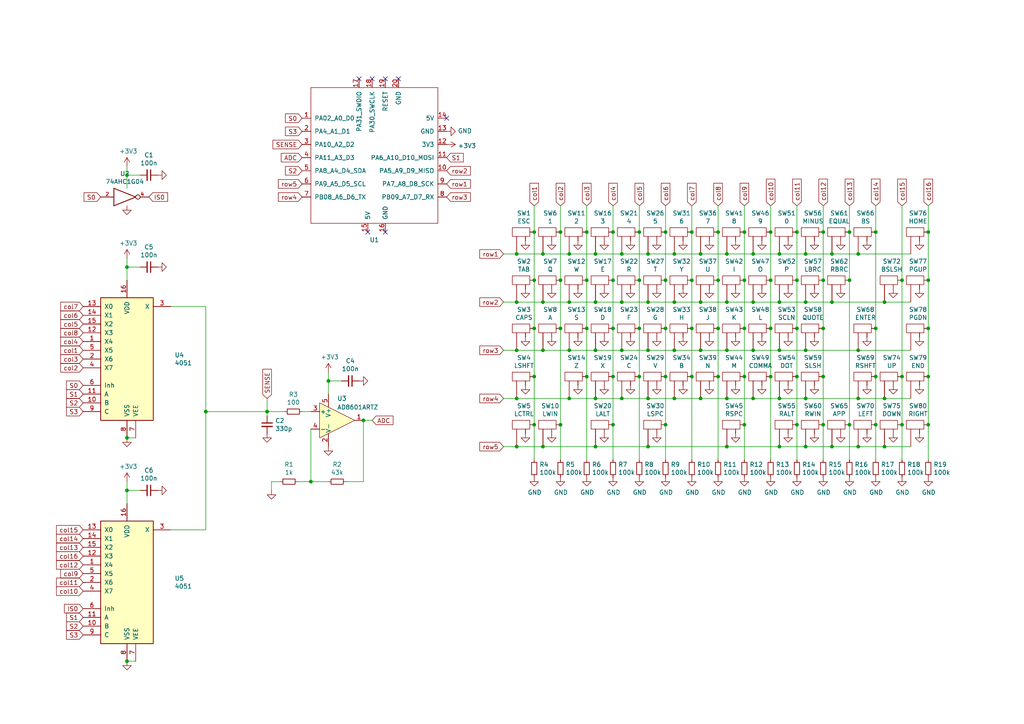
<source format=kicad_sch>
(kicad_sch (version 20211123) (generator eeschema)
  (paper "A4")
  (junction (at 36.83 191.77))
  (junction (at 193.04 95.25))
  (junction (at 187.96 87.63))
  (junction (at 210.82 73.66))
  (junction (at 231.14 81.28))
  (junction (at 195.58 73.66))
  (junction (at 223.52 95.25))
  (junction (at 269.24 109.22))
  (junction (at 223.52 109.22))
  (junction (at 172.72 73.66))
  (junction (at 238.76 81.28))
  (junction (at 177.8 109.22))
  (junction (at 187.96 115.57))
  (junction (at 248.92 101.6))
  (junction (at 154.94 95.25))
  (junction (at 215.9 109.22))
  (junction (at 203.2 87.63))
  (junction (at 238.76 123.19))
  (junction (at 256.54 87.63))
  (junction (at 165.1 87.63))
  (junction (at 180.34 115.57))
  (junction (at 241.3 129.54))
  (junction (at 187.96 73.66))
  (junction (at 200.66 67.31))
  (junction (at 149.86 129.54))
  (junction (at 231.14 67.31))
  (junction (at 177.8 67.31))
  (junction (at 246.38 123.19))
  (junction (at 157.48 129.54))
  (junction (at 193.04 123.19))
  (junction (at 170.18 67.31))
  (junction (at 200.66 109.22))
  (junction (at 233.68 101.6))
  (junction (at 77.47 119.38))
  (junction (at 246.38 81.28))
  (junction (at 254 109.22))
  (junction (at 218.44 87.63))
  (junction (at 256.54 115.57))
  (junction (at 185.42 95.25))
  (junction (at 180.34 101.6))
  (junction (at 165.1 73.66))
  (junction (at 261.62 123.19))
  (junction (at 210.82 129.54))
  (junction (at 154.94 109.22))
  (junction (at 180.34 87.63))
  (junction (at 162.56 123.19))
  (junction (at 246.38 67.31))
  (junction (at 193.04 67.31))
  (junction (at 59.69 119.38))
  (junction (at 254 67.31))
  (junction (at 180.34 73.66))
  (junction (at 185.42 81.28))
  (junction (at 215.9 81.28))
  (junction (at 36.83 77.47))
  (junction (at 177.8 95.25))
  (junction (at 208.28 95.25))
  (junction (at 157.48 101.6))
  (junction (at 200.66 81.28))
  (junction (at 231.14 95.25))
  (junction (at 185.42 67.31))
  (junction (at 233.68 115.57))
  (junction (at 208.28 109.22))
  (junction (at 269.24 81.28))
  (junction (at 226.06 115.57))
  (junction (at 185.42 109.22))
  (junction (at 226.06 101.6))
  (junction (at 172.72 87.63))
  (junction (at 200.66 95.25))
  (junction (at 193.04 81.28))
  (junction (at 231.14 123.19))
  (junction (at 90.17 139.7))
  (junction (at 261.62 109.22))
  (junction (at 238.76 109.22))
  (junction (at 162.56 67.31))
  (junction (at 36.83 127))
  (junction (at 172.72 115.57))
  (junction (at 170.18 95.25))
  (junction (at 203.2 115.57))
  (junction (at 195.58 87.63))
  (junction (at 215.9 95.25))
  (junction (at 256.54 129.54))
  (junction (at 157.48 73.66))
  (junction (at 95.25 110.49))
  (junction (at 210.82 87.63))
  (junction (at 105.41 121.92))
  (junction (at 157.48 87.63))
  (junction (at 195.58 101.6))
  (junction (at 226.06 73.66))
  (junction (at 254 123.19))
  (junction (at 154.94 81.28))
  (junction (at 187.96 101.6))
  (junction (at 149.86 115.57))
  (junction (at 210.82 115.57))
  (junction (at 241.3 73.66))
  (junction (at 177.8 123.19))
  (junction (at 233.68 73.66))
  (junction (at 238.76 95.25))
  (junction (at 170.18 81.28))
  (junction (at 154.94 123.19))
  (junction (at 215.9 123.19))
  (junction (at 149.86 87.63))
  (junction (at 172.72 101.6))
  (junction (at 223.52 81.28))
  (junction (at 170.18 109.22))
  (junction (at 254 95.25))
  (junction (at 269.24 95.25))
  (junction (at 233.68 129.54))
  (junction (at 226.06 87.63))
  (junction (at 248.92 129.54))
  (junction (at 269.24 67.31))
  (junction (at 149.86 101.6))
  (junction (at 218.44 73.66))
  (junction (at 36.83 50.8))
  (junction (at 238.76 67.31))
  (junction (at 172.72 129.54))
  (junction (at 149.86 73.66))
  (junction (at 203.2 101.6))
  (junction (at 162.56 95.25))
  (junction (at 208.28 67.31))
  (junction (at 162.56 81.28))
  (junction (at 165.1 115.57))
  (junction (at 226.06 129.54))
  (junction (at 165.1 101.6))
  (junction (at 187.96 129.54))
  (junction (at 210.82 101.6))
  (junction (at 248.92 115.57))
  (junction (at 193.04 109.22))
  (junction (at 177.8 81.28))
  (junction (at 154.94 67.31))
  (junction (at 261.62 81.28))
  (junction (at 248.92 73.66))
  (junction (at 203.2 73.66))
  (junction (at 208.28 81.28))
  (junction (at 233.68 87.63))
  (junction (at 215.9 67.31))
  (junction (at 195.58 115.57))
  (junction (at 269.24 123.19))
  (junction (at 231.14 109.22))
  (junction (at 218.44 115.57))
  (junction (at 223.52 67.31))
  (junction (at 218.44 101.6))
  (junction (at 241.3 87.63))
  (junction (at 36.83 142.24))
  (no_connect (at 115.57 22.86))
  (no_connect (at 111.76 22.86))
  (no_connect (at 111.76 67.31))
  (no_connect (at 129.54 34.29))
  (no_connect (at 106.68 67.31))
  (no_connect (at 107.95 22.86))
  (no_connect (at 104.14 22.86))
  (wire (pts (xy 208.28 59.69) (xy 208.28 67.31)))
  (wire (pts (xy 185.42 81.28) (xy 185.42 95.25)))
  (wire (pts (xy 157.48 129.54) (xy 172.72 129.54)))
  (wire (pts (xy 200.66 59.69) (xy 200.66 67.31)))
  (wire (pts (xy 162.56 59.69) (xy 162.56 67.31)))
  (wire (pts (xy 238.76 109.22) (xy 238.76 123.19)))
  (wire (pts (xy 218.44 115.57) (xy 226.06 115.57)))
  (wire (pts (xy 193.04 95.25) (xy 193.04 109.22)))
  (wire (pts (xy 36.83 142.24) (xy 36.83 146.05)))
  (wire (pts (xy 170.18 67.31) (xy 170.18 81.28)))
  (wire (pts (xy 269.24 67.31) (xy 269.24 81.28)))
  (wire (pts (xy 223.52 95.25) (xy 223.52 109.22)))
  (wire (pts (xy 81.28 139.7) (xy 78.74 139.7)))
  (wire (pts (xy 223.52 59.69) (xy 223.52 67.31)))
  (wire (pts (xy 165.1 73.66) (xy 172.72 73.66)))
  (wire (pts (xy 210.82 101.6) (xy 218.44 101.6)))
  (wire (pts (xy 187.96 115.57) (xy 195.58 115.57)))
  (wire (pts (xy 269.24 109.22) (xy 269.24 123.19)))
  (wire (pts (xy 254 123.19) (xy 254 133.35)))
  (wire (pts (xy 177.8 67.31) (xy 177.8 81.28)))
  (wire (pts (xy 36.83 50.8) (xy 36.83 54.61)))
  (wire (pts (xy 218.44 73.66) (xy 226.06 73.66)))
  (wire (pts (xy 187.96 101.6) (xy 195.58 101.6)))
  (wire (pts (xy 246.38 67.31) (xy 246.38 81.28)))
  (wire (pts (xy 59.69 153.67) (xy 59.69 119.38)))
  (wire (pts (xy 246.38 81.28) (xy 246.38 123.19)))
  (wire (pts (xy 256.54 129.54) (xy 264.16 129.54)))
  (wire (pts (xy 170.18 95.25) (xy 170.18 109.22)))
  (wire (pts (xy 208.28 81.28) (xy 208.28 95.25)))
  (wire (pts (xy 36.83 77.47) (xy 36.83 81.28)))
  (wire (pts (xy 238.76 67.31) (xy 238.76 81.28)))
  (wire (pts (xy 210.82 129.54) (xy 226.06 129.54)))
  (wire (pts (xy 149.86 73.66) (xy 157.48 73.66)))
  (wire (pts (xy 238.76 95.25) (xy 238.76 109.22)))
  (wire (pts (xy 208.28 67.31) (xy 208.28 81.28)))
  (wire (pts (xy 246.38 59.69) (xy 246.38 67.31)))
  (wire (pts (xy 248.92 73.66) (xy 264.16 73.66)))
  (wire (pts (xy 185.42 109.22) (xy 185.42 133.35)))
  (wire (pts (xy 162.56 67.31) (xy 162.56 81.28)))
  (wire (pts (xy 223.52 67.31) (xy 223.52 81.28)))
  (wire (pts (xy 193.04 123.19) (xy 193.04 133.35)))
  (wire (pts (xy 149.86 115.57) (xy 165.1 115.57)))
  (wire (pts (xy 146.05 101.6) (xy 149.86 101.6)))
  (wire (pts (xy 241.3 129.54) (xy 248.92 129.54)))
  (wire (pts (xy 165.1 101.6) (xy 172.72 101.6)))
  (wire (pts (xy 99.06 110.49) (xy 95.25 110.49)))
  (wire (pts (xy 269.24 95.25) (xy 269.24 109.22)))
  (wire (pts (xy 254 95.25) (xy 254 109.22)))
  (wire (pts (xy 170.18 109.22) (xy 170.18 133.35)))
  (wire (pts (xy 226.06 129.54) (xy 233.68 129.54)))
  (wire (pts (xy 36.83 50.8) (xy 36.83 48.26)))
  (wire (pts (xy 254 67.31) (xy 254 95.25)))
  (wire (pts (xy 162.56 95.25) (xy 162.56 123.19)))
  (wire (pts (xy 78.74 139.7) (xy 78.74 142.24)))
  (wire (pts (xy 248.92 101.6) (xy 264.16 101.6)))
  (wire (pts (xy 95.25 110.49) (xy 95.25 107.95)))
  (wire (pts (xy 215.9 95.25) (xy 215.9 109.22)))
  (wire (pts (xy 200.66 67.31) (xy 200.66 81.28)))
  (wire (pts (xy 193.04 59.69) (xy 193.04 67.31)))
  (wire (pts (xy 39.37 191.77) (xy 36.83 191.77)))
  (wire (pts (xy 231.14 95.25) (xy 231.14 109.22)))
  (wire (pts (xy 261.62 123.19) (xy 261.62 133.35)))
  (wire (pts (xy 215.9 67.31) (xy 215.9 81.28)))
  (wire (pts (xy 177.8 123.19) (xy 177.8 133.35)))
  (wire (pts (xy 231.14 123.19) (xy 231.14 133.35)))
  (wire (pts (xy 185.42 67.31) (xy 185.42 81.28)))
  (wire (pts (xy 254 109.22) (xy 254 123.19)))
  (wire (pts (xy 203.2 115.57) (xy 210.82 115.57)))
  (wire (pts (xy 248.92 115.57) (xy 256.54 115.57)))
  (wire (pts (xy 256.54 115.57) (xy 264.16 115.57)))
  (wire (pts (xy 36.83 77.47) (xy 36.83 74.93)))
  (wire (pts (xy 269.24 59.69) (xy 269.24 67.31)))
  (wire (pts (xy 210.82 73.66) (xy 218.44 73.66)))
  (wire (pts (xy 238.76 123.19) (xy 238.76 133.35)))
  (wire (pts (xy 90.17 124.46) (xy 90.17 139.7)))
  (wire (pts (xy 172.72 87.63) (xy 180.34 87.63)))
  (wire (pts (xy 149.86 101.6) (xy 157.48 101.6)))
  (wire (pts (xy 215.9 123.19) (xy 215.9 133.35)))
  (wire (pts (xy 82.55 119.38) (xy 77.47 119.38)))
  (wire (pts (xy 238.76 59.69) (xy 238.76 67.31)))
  (wire (pts (xy 77.47 119.38) (xy 77.47 120.65)))
  (wire (pts (xy 49.53 153.67) (xy 59.69 153.67)))
  (wire (pts (xy 154.94 59.69) (xy 154.94 67.31)))
  (wire (pts (xy 59.69 88.9) (xy 49.53 88.9)))
  (wire (pts (xy 215.9 59.69) (xy 215.9 67.31)))
  (wire (pts (xy 40.64 50.8) (xy 36.83 50.8)))
  (wire (pts (xy 238.76 81.28) (xy 238.76 95.25)))
  (wire (pts (xy 180.34 101.6) (xy 187.96 101.6)))
  (wire (pts (xy 95.25 110.49) (xy 95.25 114.3)))
  (wire (pts (xy 77.47 115.57) (xy 77.47 119.38)))
  (wire (pts (xy 187.96 73.66) (xy 195.58 73.66)))
  (wire (pts (xy 195.58 101.6) (xy 203.2 101.6)))
  (wire (pts (xy 193.04 109.22) (xy 193.04 123.19)))
  (wire (pts (xy 180.34 87.63) (xy 187.96 87.63)))
  (wire (pts (xy 154.94 95.25) (xy 154.94 109.22)))
  (wire (pts (xy 226.06 87.63) (xy 233.68 87.63)))
  (wire (pts (xy 177.8 59.69) (xy 177.8 67.31)))
  (wire (pts (xy 172.72 129.54) (xy 187.96 129.54)))
  (wire (pts (xy 185.42 95.25) (xy 185.42 109.22)))
  (wire (pts (xy 233.68 129.54) (xy 241.3 129.54)))
  (wire (pts (xy 210.82 115.57) (xy 218.44 115.57)))
  (wire (pts (xy 256.54 87.63) (xy 264.16 87.63)))
  (wire (pts (xy 177.8 81.28) (xy 177.8 95.25)))
  (wire (pts (xy 59.69 119.38) (xy 77.47 119.38)))
  (wire (pts (xy 261.62 81.28) (xy 261.62 109.22)))
  (wire (pts (xy 146.05 73.66) (xy 149.86 73.66)))
  (wire (pts (xy 195.58 87.63) (xy 203.2 87.63)))
  (wire (pts (xy 233.68 115.57) (xy 248.92 115.57)))
  (wire (pts (xy 231.14 109.22) (xy 231.14 123.19)))
  (wire (pts (xy 105.41 139.7) (xy 105.41 121.92)))
  (wire (pts (xy 215.9 109.22) (xy 215.9 123.19)))
  (wire (pts (xy 223.52 81.28) (xy 223.52 95.25)))
  (wire (pts (xy 231.14 59.69) (xy 231.14 67.31)))
  (wire (pts (xy 231.14 81.28) (xy 231.14 95.25)))
  (wire (pts (xy 165.1 115.57) (xy 172.72 115.57)))
  (wire (pts (xy 157.48 101.6) (xy 165.1 101.6)))
  (wire (pts (xy 39.37 127) (xy 36.83 127)))
  (wire (pts (xy 187.96 129.54) (xy 210.82 129.54)))
  (wire (pts (xy 146.05 87.63) (xy 149.86 87.63)))
  (wire (pts (xy 254 59.69) (xy 254 67.31)))
  (wire (pts (xy 200.66 95.25) (xy 200.66 109.22)))
  (wire (pts (xy 172.72 115.57) (xy 180.34 115.57)))
  (wire (pts (xy 208.28 95.25) (xy 208.28 109.22)))
  (wire (pts (xy 226.06 73.66) (xy 233.68 73.66)))
  (wire (pts (xy 36.83 142.24) (xy 36.83 139.7)))
  (wire (pts (xy 107.95 121.92) (xy 105.41 121.92)))
  (wire (pts (xy 215.9 81.28) (xy 215.9 95.25)))
  (wire (pts (xy 162.56 81.28) (xy 162.56 95.25)))
  (wire (pts (xy 210.82 87.63) (xy 218.44 87.63)))
  (wire (pts (xy 185.42 59.69) (xy 185.42 67.31)))
  (wire (pts (xy 154.94 123.19) (xy 154.94 133.35)))
  (wire (pts (xy 149.86 129.54) (xy 157.48 129.54)))
  (wire (pts (xy 248.92 129.54) (xy 256.54 129.54)))
  (wire (pts (xy 226.06 101.6) (xy 233.68 101.6)))
  (wire (pts (xy 200.66 81.28) (xy 200.66 95.25)))
  (wire (pts (xy 40.64 77.47) (xy 36.83 77.47)))
  (wire (pts (xy 195.58 73.66) (xy 203.2 73.66)))
  (wire (pts (xy 193.04 67.31) (xy 193.04 81.28)))
  (wire (pts (xy 90.17 119.38) (xy 87.63 119.38)))
  (wire (pts (xy 261.62 109.22) (xy 261.62 123.19)))
  (wire (pts (xy 146.05 115.57) (xy 149.86 115.57)))
  (wire (pts (xy 40.64 142.24) (xy 36.83 142.24)))
  (wire (pts (xy 154.94 67.31) (xy 154.94 81.28)))
  (wire (pts (xy 177.8 95.25) (xy 177.8 109.22)))
  (wire (pts (xy 203.2 101.6) (xy 210.82 101.6)))
  (wire (pts (xy 146.05 129.54) (xy 149.86 129.54)))
  (wire (pts (xy 100.33 139.7) (xy 105.41 139.7)))
  (wire (pts (xy 180.34 73.66) (xy 187.96 73.66)))
  (wire (pts (xy 193.04 81.28) (xy 193.04 95.25)))
  (wire (pts (xy 241.3 87.63) (xy 256.54 87.63)))
  (wire (pts (xy 223.52 109.22) (xy 223.52 133.35)))
  (wire (pts (xy 203.2 87.63) (xy 210.82 87.63)))
  (wire (pts (xy 157.48 73.66) (xy 165.1 73.66)))
  (wire (pts (xy 157.48 87.63) (xy 165.1 87.63)))
  (wire (pts (xy 172.72 101.6) (xy 180.34 101.6)))
  (wire (pts (xy 154.94 109.22) (xy 154.94 123.19)))
  (wire (pts (xy 149.86 87.63) (xy 157.48 87.63)))
  (wire (pts (xy 208.28 109.22) (xy 208.28 133.35)))
  (wire (pts (xy 241.3 73.66) (xy 248.92 73.66)))
  (wire (pts (xy 261.62 59.69) (xy 261.62 81.28)))
  (wire (pts (xy 226.06 115.57) (xy 233.68 115.57)))
  (wire (pts (xy 218.44 87.63) (xy 226.06 87.63)))
  (wire (pts (xy 165.1 87.63) (xy 172.72 87.63)))
  (wire (pts (xy 187.96 87.63) (xy 195.58 87.63)))
  (wire (pts (xy 218.44 101.6) (xy 226.06 101.6)))
  (wire (pts (xy 233.68 73.66) (xy 241.3 73.66)))
  (wire (pts (xy 233.68 101.6) (xy 248.92 101.6)))
  (wire (pts (xy 269.24 123.19) (xy 269.24 133.35)))
  (wire (pts (xy 177.8 109.22) (xy 177.8 123.19)))
  (wire (pts (xy 170.18 81.28) (xy 170.18 95.25)))
  (wire (pts (xy 172.72 73.66) (xy 180.34 73.66)))
  (wire (pts (xy 154.94 81.28) (xy 154.94 95.25)))
  (wire (pts (xy 162.56 123.19) (xy 162.56 133.35)))
  (wire (pts (xy 231.14 67.31) (xy 231.14 81.28)))
  (wire (pts (xy 246.38 123.19) (xy 246.38 133.35)))
  (wire (pts (xy 195.58 115.57) (xy 203.2 115.57)))
  (wire (pts (xy 269.24 81.28) (xy 269.24 95.25)))
  (wire (pts (xy 203.2 73.66) (xy 210.82 73.66)))
  (wire (pts (xy 86.36 139.7) (xy 90.17 139.7)))
  (wire (pts (xy 200.66 109.22) (xy 200.66 133.35)))
  (wire (pts (xy 233.68 87.63) (xy 241.3 87.63)))
  (wire (pts (xy 90.17 139.7) (xy 95.25 139.7)))
  (wire (pts (xy 180.34 115.57) (xy 187.96 115.57)))
  (wire (pts (xy 59.69 119.38) (xy 59.69 88.9)))
  (wire (pts (xy 170.18 59.69) (xy 170.18 67.31)))
  (global_label "row5" (shape input) (at 87.63 53.34 180) (property "Intersheet References" "${INTERSHEET_REFS}" (effects hide)))
  (global_label "S2" (shape input) (at 24.13 116.84 180) (property "Intersheet References" "${INTERSHEET_REFS}" (effects hide)))
  (global_label "col2" (shape input) (at 24.13 106.68 180) (property "Intersheet References" "${INTERSHEET_REFS}" (effects hide)))
  (global_label "S3" (shape input) (at 24.13 184.15 180) (property "Intersheet References" "${INTERSHEET_REFS}" (effects hide)))
  (global_label "col12" (shape input) (at 24.13 163.83 180) (property "Intersheet References" "${INTERSHEET_REFS}" (effects hide)))
  (global_label "ADC" (shape input) (at 107.95 121.92 0) (property "Intersheet References" "${INTERSHEET_REFS}" (effects hide)))
  (global_label "col15" (shape input) (at 24.13 153.67 180) (property "Intersheet References" "${INTERSHEET_REFS}" (effects hide)))
  (global_label "col11" (shape input) (at 231.14 59.69 90) (property "Intersheet References" "${INTERSHEET_REFS}" (effects hide)))
  (global_label "row1" (shape input) (at 146.05 73.66 180) (property "Intersheet References" "${INTERSHEET_REFS}" (effects hide)))
  (global_label "col7" (shape input) (at 24.13 88.9 180) (property "Intersheet References" "${INTERSHEET_REFS}" (effects hide)))
  (global_label "col16" (shape input) (at 24.13 161.29 180) (property "Intersheet References" "${INTERSHEET_REFS}" (effects hide)))
  (global_label "S3" (shape input) (at 87.63 38.1 180) (property "Intersheet References" "${INTERSHEET_REFS}" (effects hide)))
  (global_label "row3" (shape input) (at 146.05 101.6 180) (property "Intersheet References" "${INTERSHEET_REFS}" (effects hide)))
  (global_label "row2" (shape input) (at 146.05 87.63 180) (property "Intersheet References" "${INTERSHEET_REFS}" (effects hide)))
  (global_label "S0" (shape input) (at 24.13 111.76 180) (property "Intersheet References" "${INTERSHEET_REFS}" (effects hide)))
  (global_label "col13" (shape input) (at 246.38 59.69 90) (property "Intersheet References" "${INTERSHEET_REFS}" (effects hide)))
  (global_label "IS0" (shape input) (at 43.18 57.15 0) (property "Intersheet References" "${INTERSHEET_REFS}" (effects hide)))
  (global_label "row5" (shape input) (at 146.05 129.54 180) (property "Intersheet References" "${INTERSHEET_REFS}" (effects hide)))
  (global_label "IS0" (shape input) (at 24.13 176.53 180) (property "Intersheet References" "${INTERSHEET_REFS}" (effects hide)))
  (global_label "row3" (shape input) (at 129.54 57.15 0) (property "Intersheet References" "${INTERSHEET_REFS}" (effects hide)))
  (global_label "row4" (shape input) (at 146.05 115.57 180) (property "Intersheet References" "${INTERSHEET_REFS}" (effects hide)))
  (global_label "col10" (shape input) (at 24.13 171.45 180) (property "Intersheet References" "${INTERSHEET_REFS}" (effects hide)))
  (global_label "ADC" (shape input) (at 87.63 45.72 180) (property "Intersheet References" "${INTERSHEET_REFS}" (effects hide)))
  (global_label "S3" (shape input) (at 24.13 119.38 180) (property "Intersheet References" "${INTERSHEET_REFS}" (effects hide)))
  (global_label "S0" (shape input) (at 29.21 57.15 180) (property "Intersheet References" "${INTERSHEET_REFS}" (effects hide)))
  (global_label "col3" (shape input) (at 24.13 104.14 180) (property "Intersheet References" "${INTERSHEET_REFS}" (effects hide)))
  (global_label "S1" (shape input) (at 24.13 114.3 180) (property "Intersheet References" "${INTERSHEET_REFS}" (effects hide)))
  (global_label "col1" (shape input) (at 154.94 59.69 90) (property "Intersheet References" "${INTERSHEET_REFS}" (effects hide)))
  (global_label "row1" (shape input) (at 129.54 53.34 0) (property "Intersheet References" "${INTERSHEET_REFS}" (effects hide)))
  (global_label "col4" (shape input) (at 177.8 59.69 90) (property "Intersheet References" "${INTERSHEET_REFS}" (effects hide)))
  (global_label "col6" (shape input) (at 193.04 59.69 90) (property "Intersheet References" "${INTERSHEET_REFS}" (effects hide)))
  (global_label "row2" (shape input) (at 129.54 49.53 0) (property "Intersheet References" "${INTERSHEET_REFS}" (effects hide)))
  (global_label "col2" (shape input) (at 162.56 59.69 90) (property "Intersheet References" "${INTERSHEET_REFS}" (effects hide)))
  (global_label "col16" (shape input) (at 269.24 59.69 90) (property "Intersheet References" "${INTERSHEET_REFS}" (effects hide)))
  (global_label "col5" (shape input) (at 185.42 59.69 90) (property "Intersheet References" "${INTERSHEET_REFS}" (effects hide)))
  (global_label "SENSE" (shape input) (at 77.47 115.57 90) (property "Intersheet References" "${INTERSHEET_REFS}" (effects hide)))
  (global_label "S0" (shape input) (at 87.63 34.29 180) (property "Intersheet References" "${INTERSHEET_REFS}" (effects hide)))
  (global_label "S1" (shape input) (at 129.54 45.72 0) (property "Intersheet References" "${INTERSHEET_REFS}" (effects hide)))
  (global_label "col6" (shape input) (at 24.13 91.44 180) (property "Intersheet References" "${INTERSHEET_REFS}" (effects hide)))
  (global_label "col3" (shape input) (at 170.18 59.69 90) (property "Intersheet References" "${INTERSHEET_REFS}" (effects hide)))
  (global_label "col1" (shape input) (at 24.13 101.6 180) (property "Intersheet References" "${INTERSHEET_REFS}" (effects hide)))
  (global_label "col9" (shape input) (at 215.9 59.69 90) (property "Intersheet References" "${INTERSHEET_REFS}" (effects hide)))
  (global_label "col11" (shape input) (at 24.13 168.91 180) (property "Intersheet References" "${INTERSHEET_REFS}" (effects hide)))
  (global_label "S2" (shape input) (at 87.63 49.53 180) (property "Intersheet References" "${INTERSHEET_REFS}" (effects hide)))
  (global_label "SENSE" (shape input) (at 87.63 41.91 180) (property "Intersheet References" "${INTERSHEET_REFS}" (effects hide)))
  (global_label "col9" (shape input) (at 24.13 166.37 180) (property "Intersheet References" "${INTERSHEET_REFS}" (effects hide)))
  (global_label "col14" (shape input) (at 24.13 156.21 180) (property "Intersheet References" "${INTERSHEET_REFS}" (effects hide)))
  (global_label "col8" (shape input) (at 24.13 96.52 180) (property "Intersheet References" "${INTERSHEET_REFS}" (effects hide)))
  (global_label "col12" (shape input) (at 238.76 59.69 90) (property "Intersheet References" "${INTERSHEET_REFS}" (effects hide)))
  (global_label "col10" (shape input) (at 223.52 59.69 90) (property "Intersheet References" "${INTERSHEET_REFS}" (effects hide)))
  (global_label "col14" (shape input) (at 254 59.69 90) (property "Intersheet References" "${INTERSHEET_REFS}" (effects hide)))
  (global_label "S2" (shape input) (at 24.13 181.61 180) (property "Intersheet References" "${INTERSHEET_REFS}" (effects hide)))
  (global_label "col15" (shape input) (at 261.62 59.69 90) (property "Intersheet References" "${INTERSHEET_REFS}" (effects hide)))
  (global_label "col4" (shape input) (at 24.13 99.06 180) (property "Intersheet References" "${INTERSHEET_REFS}" (effects hide)))
  (global_label "col7" (shape input) (at 200.66 59.69 90) (property "Intersheet References" "${INTERSHEET_REFS}" (effects hide)))
  (global_label "S1" (shape input) (at 24.13 179.07 180) (property "Intersheet References" "${INTERSHEET_REFS}" (effects hide)))
  (global_label "col5" (shape input) (at 24.13 93.98 180) (property "Intersheet References" "${INTERSHEET_REFS}" (effects hide)))
  (global_label "col8" (shape input) (at 208.28 59.69 90) (property "Intersheet References" "${INTERSHEET_REFS}" (effects hide)))
  (global_label "row4" (shape input) (at 87.63 57.15 180) (property "Intersheet References" "${INTERSHEET_REFS}" (effects hide)))
  (global_label "col13" (shape input) (at 24.13 158.75 180) (property "Intersheet References" "${INTERSHEET_REFS}" (effects hide)))
  (symbol (lib_id "Seeeduino_XIAO:SeeeduinoXIAO") (at 109.22 45.72 0) (unit 1)
    (property "Reference" "U1" (at 108.585 69.5706 0))
    (property "Value" "SeeeduinoXIAO" (effects hide))
    (property "Footprint" "Seeeduino XIAO KICAD:Seeeduino XIAO-MOUDLE14P-2.54-21X17.8MM" (effects hide))
  )
  (symbol (lib_id "Device:R_Small") (at 154.94 135.89 0) (unit 1)
    (property "Reference" "R4" (at 156.4386 134.7216 0) (effects (justify left)))
    (property "Value" "100k" (at 156.4386 137.033 0) (effects (justify left)))
    (property "Footprint" "Resistor_SMD:R_0805_2012Metric_Pad1.20x1.40mm_HandSolder" (effects hide))
    (property "LCSC" "C118844" (effects hide))
  )
  (symbol (lib_id "power:GND") (at 154.94 138.43 0) (unit 1)
    (property "Reference" "#PWR0115" (effects hide))
    (property "Value" "GND" (at 155.067 142.8242 0))
  )
  (symbol (lib_id "Device:C_Small") (at 77.47 123.19 0) (unit 1)
    (property "Reference" "C2" (at 79.8068 122.0216 0) (effects (justify left)))
    (property "Value" "330p" (at 79.8068 124.333 0) (effects (justify left)))
    (property "Footprint" "Capacitor_SMD:C_0805_2012Metric_Pad1.18x1.45mm_HandSolder" (effects hide))
    (property "LCSC" "C396753" (effects hide))
  )
  (symbol (lib_id "power:GND") (at 77.47 125.73 0) (unit 1)
    (property "Reference" "#PWR0101" (effects hide))
    (property "Value" "GND" (effects hide))
  )
  (symbol (lib_id "Device:R_Small") (at 162.56 135.89 0) (unit 1)
    (property "Reference" "R5" (at 164.0586 134.7216 0) (effects (justify left)))
    (property "Value" "100k" (at 164.0586 137.033 0) (effects (justify left)))
    (property "Footprint" "Resistor_SMD:R_0805_2012Metric_Pad1.20x1.40mm_HandSolder" (effects hide))
    (property "LCSC" "C118844" (effects hide))
  )
  (symbol (lib_id "power:GND") (at 162.56 138.43 0) (unit 1)
    (property "Reference" "#PWR0119" (effects hide))
    (property "Value" "GND" (at 162.687 142.8242 0))
  )
  (symbol (lib_id "power:GND") (at 36.83 59.69 0) (unit 1)
    (property "Reference" "#PWR0103" (effects hide))
    (property "Value" "GND" (effects hide))
  )
  (symbol (lib_id "Device:R_Small") (at 85.09 119.38 270) (unit 1)
    (property "Reference" "R3" (at 85.09 114.4016 90))
    (property "Value" "100" (at 85.09 116.713 90))
    (property "Footprint" "Resistor_SMD:R_0805_2012Metric_Pad1.20x1.40mm_HandSolder" (effects hide))
    (property "LCSC" "C49678" (effects hide))
  )
  (symbol (lib_id "Device:R_Small") (at 97.79 139.7 270) (unit 1)
    (property "Reference" "R2" (at 97.79 134.7216 90))
    (property "Value" "43k" (at 97.79 137.033 90))
    (property "Footprint" "Resistor_SMD:R_0805_2012Metric_Pad1.20x1.40mm_HandSolder" (effects hide))
    (property "LCSC" "C204497" (effects hide))
  )
  (symbol (lib_id "Device:R_Small") (at 170.18 135.89 0) (unit 1)
    (property "Reference" "R6" (at 171.6786 134.7216 0) (effects (justify left)))
    (property "Value" "100k" (at 171.6786 137.033 0) (effects (justify left)))
    (property "Footprint" "Resistor_SMD:R_0805_2012Metric_Pad1.20x1.40mm_HandSolder" (effects hide))
    (property "LCSC" "C118844" (effects hide))
  )
  (symbol (lib_id "power:GND") (at 170.18 138.43 0) (unit 1)
    (property "Reference" "#PWR0126" (effects hide))
    (property "Value" "GND" (at 170.307 142.8242 0))
  )
  (symbol (lib_id "Device:R_Small") (at 83.82 139.7 270) (unit 1)
    (property "Reference" "R1" (at 83.82 134.7216 90))
    (property "Value" "1k" (at 83.82 137.033 90))
    (property "Footprint" "Resistor_SMD:R_0805_2012Metric_Pad1.20x1.40mm_HandSolder" (effects hide))
    (property "LCSC" "C115316" (effects hide))
  )
  (symbol (lib_id "power:GND") (at 95.25 129.54 0) (unit 1)
    (property "Reference" "#PWR0104" (effects hide))
    (property "Value" "GND" (effects hide))
  )
  (symbol (lib_id "power:GND") (at 78.74 142.24 0) (unit 1)
    (property "Reference" "#PWR0105" (effects hide))
    (property "Value" "GND" (effects hide))
  )
  (symbol (lib_id "Device:R_Small") (at 177.8 135.89 0) (unit 1)
    (property "Reference" "R7" (at 179.2986 134.7216 0) (effects (justify left)))
    (property "Value" "100k" (at 179.2986 137.033 0) (effects (justify left)))
    (property "Footprint" "Resistor_SMD:R_0805_2012Metric_Pad1.20x1.40mm_HandSolder" (effects hide))
    (property "LCSC" "C118844" (effects hide))
  )
  (symbol (lib_id "power:GND") (at 177.8 138.43 0) (unit 1)
    (property "Reference" "#PWR0132" (effects hide))
    (property "Value" "GND" (at 177.927 142.8242 0))
  )
  (symbol (lib_id "Device:C_Small") (at 101.6 110.49 270) (unit 1)
    (property "Reference" "C4" (at 101.6 104.6734 90))
    (property "Value" "100n" (at 101.6 106.9848 90))
    (property "Footprint" "Capacitor_SMD:C_0805_2012Metric_Pad1.18x1.45mm_HandSolder" (effects hide))
    (property "LCSC" "C49678" (effects hide))
  )
  (symbol (lib_id "power:GND") (at 104.14 110.49 90) (unit 1)
    (property "Reference" "#PWR0107" (effects hide))
    (property "Value" "GND" (effects hide))
  )
  (symbol (lib_id "Device:C_Small") (at 43.18 50.8 270) (unit 1)
    (property "Reference" "C1" (at 43.18 44.9834 90))
    (property "Value" "100n" (at 43.18 47.2948 90))
    (property "Footprint" "Capacitor_SMD:C_0805_2012Metric_Pad1.18x1.45mm_HandSolder" (effects hide))
    (property "LCSC" "C49678" (effects hide))
  )
  (symbol (lib_id "power:GND") (at 45.72 50.8 90) (unit 1)
    (property "Reference" "#PWR0109" (effects hide))
    (property "Value" "GND" (effects hide))
  )
  (symbol (lib_id "ec_sw:EC_SW") (at 151.13 67.31 0) (unit 1)
    (property "Reference" "SW1" (at 151.9682 61.849 0))
    (property "Value" "ESC" (at 151.9682 64.1604 0))
    (property "Footprint" "lib:ecs_pad" (effects hide))
  )
  (symbol (lib_id "power:GND") (at 152.4 69.85 0) (unit 1)
    (property "Reference" "#PWR0112" (effects hide))
    (property "Value" "GND" (effects hide))
  )
  (symbol (lib_id "Device:R_Small") (at 185.42 135.89 0) (unit 1)
    (property "Reference" "R8" (at 186.9186 134.7216 0) (effects (justify left)))
    (property "Value" "100k" (at 186.9186 137.033 0) (effects (justify left)))
    (property "Footprint" "Resistor_SMD:R_0805_2012Metric_Pad1.20x1.40mm_HandSolder" (effects hide))
    (property "LCSC" "C118844" (effects hide))
  )
  (symbol (lib_id "power:GND") (at 185.42 138.43 0) (unit 1)
    (property "Reference" "#PWR0136" (effects hide))
    (property "Value" "GND" (at 185.547 142.8242 0))
  )
  (symbol (lib_id "Device:R_Small") (at 193.04 135.89 0) (unit 1)
    (property "Reference" "R9" (at 194.5386 134.7216 0) (effects (justify left)))
    (property "Value" "100k" (at 194.5386 137.033 0) (effects (justify left)))
    (property "Footprint" "Resistor_SMD:R_0805_2012Metric_Pad1.20x1.40mm_HandSolder" (effects hide))
    (property "LCSC" "C118844" (effects hide))
  )
  (symbol (lib_id "power:GND") (at 193.04 138.43 0) (unit 1)
    (property "Reference" "#PWR0144" (effects hide))
    (property "Value" "GND" (at 193.167 142.8242 0))
  )
  (symbol (lib_id "Device:R_Small") (at 200.66 135.89 0) (unit 1)
    (property "Reference" "R10" (at 202.1586 134.7216 0) (effects (justify left)))
    (property "Value" "100k" (at 202.1586 137.033 0) (effects (justify left)))
    (property "Footprint" "Resistor_SMD:R_0805_2012Metric_Pad1.20x1.40mm_HandSolder" (effects hide))
    (property "LCSC" "C118844" (effects hide))
  )
  (symbol (lib_id "power:GND") (at 200.66 138.43 0) (unit 1)
    (property "Reference" "#PWR0161" (effects hide))
    (property "Value" "GND" (at 200.787 142.8242 0))
  )
  (symbol (lib_id "Device:R_Small") (at 208.28 135.89 0) (unit 1)
    (property "Reference" "R11" (at 209.7786 134.7216 0) (effects (justify left)))
    (property "Value" "100k" (at 209.7786 137.033 0) (effects (justify left)))
    (property "Footprint" "Resistor_SMD:R_0805_2012Metric_Pad1.20x1.40mm_HandSolder" (effects hide))
    (property "LCSC" "C118844" (effects hide))
  )
  (symbol (lib_id "power:GND") (at 208.28 138.43 0) (unit 1)
    (property "Reference" "#PWR0170" (effects hide))
    (property "Value" "GND" (at 208.407 142.8242 0))
  )
  (symbol (lib_id "ec_sw:EC_SW") (at 151.13 81.28 0) (unit 1)
    (property "Reference" "SW2" (at 151.9682 75.819 0))
    (property "Value" "TAB" (at 151.9682 78.1304 0))
    (property "Footprint" "lib:ecs_pad" (effects hide))
  )
  (symbol (lib_id "power:GND") (at 152.4 83.82 0) (unit 1)
    (property "Reference" "#PWR0113" (effects hide))
    (property "Value" "GND" (effects hide))
  )
  (symbol (lib_id "ec_sw:EC_SW") (at 151.13 95.25 0) (unit 1)
    (property "Reference" "SW3" (at 151.9682 89.789 0))
    (property "Value" "CAPS" (at 151.9682 92.1004 0))
    (property "Footprint" "lib:ecs_pad" (effects hide))
  )
  (symbol (lib_id "power:GND") (at 152.4 97.79 0) (unit 1)
    (property "Reference" "#PWR0114" (effects hide))
    (property "Value" "GND" (effects hide))
  )
  (symbol (lib_id "ec_sw:EC_SW") (at 151.13 123.19 0) (unit 1)
    (property "Reference" "SW5" (at 151.9682 117.729 0))
    (property "Value" "LCTRL" (at 151.9682 120.0404 0))
    (property "Footprint" "lib:ecs_pad" (effects hide))
  )
  (symbol (lib_id "power:GND") (at 152.4 125.73 0) (unit 1)
    (property "Reference" "#PWR0116" (effects hide))
    (property "Value" "GND" (effects hide))
  )
  (symbol (lib_id "ec_sw:EC_SW") (at 158.75 67.31 0) (unit 1)
    (property "Reference" "SW6" (at 159.5882 61.849 0))
    (property "Value" "1" (at 159.5882 64.1604 0))
    (property "Footprint" "lib:ecs_pad" (effects hide))
  )
  (symbol (lib_id "power:GND") (at 160.02 69.85 0) (unit 1)
    (property "Reference" "#PWR0117" (effects hide))
    (property "Value" "GND" (effects hide))
  )
  (symbol (lib_id "ec_sw:EC_SW") (at 158.75 81.28 0) (unit 1)
    (property "Reference" "SW7" (at 159.5882 75.819 0))
    (property "Value" "Q" (at 159.5882 78.1304 0))
    (property "Footprint" "lib:ecs_pad" (effects hide))
  )
  (symbol (lib_id "power:GND") (at 160.02 83.82 0) (unit 1)
    (property "Reference" "#PWR0118" (effects hide))
    (property "Value" "GND" (effects hide))
  )
  (symbol (lib_id "ec_sw:EC_SW") (at 151.13 109.22 0) (unit 1)
    (property "Reference" "SW4" (at 151.9682 103.759 0))
    (property "Value" "LSHFT" (at 151.9682 106.0704 0))
    (property "Footprint" "lib:ecs_pad" (effects hide))
  )
  (symbol (lib_id "power:GND") (at 152.4 111.76 0) (unit 1)
    (property "Reference" "#PWR0120" (effects hide))
    (property "Value" "GND" (effects hide))
  )
  (symbol (lib_id "ec_sw:EC_SW") (at 158.75 123.19 0) (unit 1)
    (property "Reference" "SW10" (at 159.5882 117.729 0))
    (property "Value" "LWIN" (at 159.5882 120.0404 0))
    (property "Footprint" "lib:ecs_pad" (effects hide))
  )
  (symbol (lib_id "power:GND") (at 160.02 125.73 0) (unit 1)
    (property "Reference" "#PWR0121" (effects hide))
    (property "Value" "GND" (effects hide))
  )
  (symbol (lib_id "Device:R_Small") (at 215.9 135.89 0) (unit 1)
    (property "Reference" "R12" (at 217.3986 134.7216 0) (effects (justify left)))
    (property "Value" "100k" (at 217.3986 137.033 0) (effects (justify left)))
    (property "Footprint" "Resistor_SMD:R_0805_2012Metric_Pad1.20x1.40mm_HandSolder" (effects hide))
    (property "LCSC" "C118844" (effects hide))
  )
  (symbol (lib_id "power:GND") (at 215.9 138.43 0) (unit 1)
    (property "Reference" "#PWR0178" (effects hide))
    (property "Value" "GND" (at 216.027 142.8242 0))
  )
  (symbol (lib_id "Device:R_Small") (at 223.52 135.89 0) (unit 1)
    (property "Reference" "R13" (at 225.0186 134.7216 0) (effects (justify left)))
    (property "Value" "100k" (at 225.0186 137.033 0) (effects (justify left)))
    (property "Footprint" "Resistor_SMD:R_0805_2012Metric_Pad1.20x1.40mm_HandSolder" (effects hide))
    (property "LCSC" "C118844" (effects hide))
  )
  (symbol (lib_id "power:GND") (at 223.52 138.43 0) (unit 1)
    (property "Reference" "#PWR0183" (effects hide))
    (property "Value" "GND" (at 223.647 142.8242 0))
  )
  (symbol (lib_id "Device:R_Small") (at 231.14 135.89 0) (unit 1)
    (property "Reference" "R14" (at 232.6386 134.7216 0) (effects (justify left)))
    (property "Value" "100k" (at 232.6386 137.033 0) (effects (justify left)))
    (property "Footprint" "Resistor_SMD:R_0805_2012Metric_Pad1.20x1.40mm_HandSolder" (effects hide))
    (property "LCSC" "C118844" (effects hide))
  )
  (symbol (lib_id "power:GND") (at 231.14 138.43 0) (unit 1)
    (property "Reference" "#PWR0185" (effects hide))
    (property "Value" "GND" (at 231.267 142.8242 0))
  )
  (symbol (lib_id "Device:R_Small") (at 238.76 135.89 0) (unit 1)
    (property "Reference" "R15" (at 240.2586 134.7216 0) (effects (justify left)))
    (property "Value" "100k" (at 240.2586 137.033 0) (effects (justify left)))
    (property "Footprint" "Resistor_SMD:R_0805_2012Metric_Pad1.20x1.40mm_HandSolder" (effects hide))
    (property "LCSC" "C118844" (effects hide))
  )
  (symbol (lib_id "power:GND") (at 238.76 138.43 0) (unit 1)
    (property "Reference" "#PWR0192" (effects hide))
    (property "Value" "GND" (at 238.887 142.8242 0))
  )
  (symbol (lib_id "Device:R_Small") (at 246.38 135.89 0) (unit 1)
    (property "Reference" "R16" (at 247.8786 134.7216 0) (effects (justify left)))
    (property "Value" "100k" (at 247.8786 137.033 0) (effects (justify left)))
    (property "Footprint" "Resistor_SMD:R_0805_2012Metric_Pad1.20x1.40mm_HandSolder" (effects hide))
    (property "LCSC" "C118844" (effects hide))
  )
  (symbol (lib_id "power:GND") (at 246.38 138.43 0) (unit 1)
    (property "Reference" "#PWR0193" (effects hide))
    (property "Value" "GND" (at 246.507 142.8242 0))
  )
  (symbol (lib_id "Device:R_Small") (at 254 135.89 0) (unit 1)
    (property "Reference" "R17" (at 255.4986 134.7216 0) (effects (justify left)))
    (property "Value" "100k" (at 255.4986 137.033 0) (effects (justify left)))
    (property "Footprint" "Resistor_SMD:R_0805_2012Metric_Pad1.20x1.40mm_HandSolder" (effects hide))
    (property "LCSC" "C118844" (effects hide))
  )
  (symbol (lib_id "power:GND") (at 254 138.43 0) (unit 1)
    (property "Reference" "#PWR0194" (effects hide))
    (property "Value" "GND" (at 254.127 142.8242 0))
  )
  (symbol (lib_id "Device:R_Small") (at 261.62 135.89 0) (unit 1)
    (property "Reference" "R18" (at 263.1186 134.7216 0) (effects (justify left)))
    (property "Value" "100k" (at 263.1186 137.033 0) (effects (justify left)))
    (property "Footprint" "Resistor_SMD:R_0805_2012Metric_Pad1.20x1.40mm_HandSolder" (effects hide))
    (property "LCSC" "C118844" (effects hide))
  )
  (symbol (lib_id "power:GND") (at 261.62 138.43 0) (unit 1)
    (property "Reference" "#PWR0195" (effects hide))
    (property "Value" "GND" (at 261.747 142.8242 0))
  )
  (symbol (lib_id "Device:R_Small") (at 269.24 135.89 0) (unit 1)
    (property "Reference" "R19" (at 270.7386 134.7216 0) (effects (justify left)))
    (property "Value" "100k" (at 270.7386 137.033 0) (effects (justify left)))
    (property "Footprint" "Resistor_SMD:R_0805_2012Metric_Pad1.20x1.40mm_HandSolder" (effects hide))
    (property "LCSC" "C118844" (effects hide))
  )
  (symbol (lib_id "power:GND") (at 269.24 138.43 0) (unit 1)
    (property "Reference" "#PWR0196" (effects hide))
    (property "Value" "GND" (at 269.367 142.8242 0))
  )
  (symbol (lib_id "Device:C_Small") (at 43.18 142.24 270) (unit 1)
    (property "Reference" "C6" (at 43.18 136.4234 90))
    (property "Value" "100n" (at 43.18 138.7348 90))
    (property "Footprint" "Capacitor_SMD:C_0805_2012Metric_Pad1.18x1.45mm_HandSolder" (effects hide))
    (property "LCSC" "C49678" (effects hide))
  )
  (symbol (lib_id "power:GND") (at 45.72 142.24 90) (unit 1)
    (property "Reference" "#PWR0197" (effects hide))
    (property "Value" "GND" (effects hide))
  )
  (symbol (lib_id "ec_sw:EC_SW") (at 166.37 67.31 0) (unit 1)
    (property "Reference" "SW11" (at 167.2082 61.849 0))
    (property "Value" "2" (at 167.2082 64.1604 0))
    (property "Footprint" "lib:ecs_pad" (effects hide))
  )
  (symbol (lib_id "power:GND") (at 167.64 69.85 0) (unit 1)
    (property "Reference" "#PWR0122" (effects hide))
    (property "Value" "GND" (effects hide))
  )
  (symbol (lib_id "ec_sw:EC_SW") (at 166.37 81.28 0) (unit 1)
    (property "Reference" "SW12" (at 167.2082 75.819 0))
    (property "Value" "W" (at 167.2082 78.1304 0))
    (property "Footprint" "lib:ecs_pad" (effects hide))
  )
  (symbol (lib_id "power:GND") (at 167.64 83.82 0) (unit 1)
    (property "Reference" "#PWR0123" (effects hide))
    (property "Value" "GND" (effects hide))
  )
  (symbol (lib_id "ec_sw:EC_SW") (at 166.37 95.25 0) (unit 1)
    (property "Reference" "SW13" (at 167.2082 89.789 0))
    (property "Value" "S" (at 167.2082 92.1004 0))
    (property "Footprint" "lib:ecs_pad" (effects hide))
  )
  (symbol (lib_id "power:GND") (at 160.02 97.79 0) (unit 1)
    (property "Reference" "#PWR0124" (effects hide))
    (property "Value" "GND" (effects hide))
  )
  (symbol (lib_id "ec_sw:EC_SW") (at 166.37 109.22 0) (unit 1)
    (property "Reference" "SW14" (at 167.2082 103.759 0))
    (property "Value" "Z" (at 167.2082 106.0704 0))
    (property "Footprint" "lib:ecs_pad" (effects hide))
  )
  (symbol (lib_id "power:GND") (at 167.64 111.76 0) (unit 1)
    (property "Reference" "#PWR0125" (effects hide))
    (property "Value" "GND" (effects hide))
  )
  (symbol (lib_id "ec_sw:EC_SW") (at 173.99 67.31 0) (unit 1)
    (property "Reference" "SW16" (at 174.8282 61.849 0))
    (property "Value" "3" (at 174.8282 64.1604 0))
    (property "Footprint" "lib:ecs_pad" (effects hide))
  )
  (symbol (lib_id "power:GND") (at 175.26 69.85 0) (unit 1)
    (property "Reference" "#PWR0127" (effects hide))
    (property "Value" "GND" (effects hide))
  )
  (symbol (lib_id "ec_sw:EC_SW") (at 173.99 81.28 0) (unit 1)
    (property "Reference" "SW17" (at 174.8282 75.819 0))
    (property "Value" "E" (at 174.8282 78.1304 0))
    (property "Footprint" "lib:ecs_pad" (effects hide))
  )
  (symbol (lib_id "power:GND") (at 175.26 83.82 0) (unit 1)
    (property "Reference" "#PWR0151" (effects hide))
    (property "Value" "GND" (effects hide))
  )
  (symbol (lib_id "ec_sw:EC_SW") (at 173.99 95.25 0) (unit 1)
    (property "Reference" "SW18" (at 174.8282 89.789 0))
    (property "Value" "D" (at 174.8282 92.1004 0))
    (property "Footprint" "lib:ecs_pad" (effects hide))
  )
  (symbol (lib_id "power:GND") (at 175.26 97.79 0) (unit 1)
    (property "Reference" "#PWR0150" (effects hide))
    (property "Value" "GND" (effects hide))
  )
  (symbol (lib_id "ec_sw:EC_SW") (at 173.99 109.22 0) (unit 1)
    (property "Reference" "SW19" (at 174.8282 103.759 0))
    (property "Value" "X" (at 174.8282 106.0704 0))
    (property "Footprint" "lib:ecs_pad" (effects hide))
  )
  (symbol (lib_id "power:GND") (at 175.26 111.76 0) (unit 1)
    (property "Reference" "#PWR0149" (effects hide))
    (property "Value" "GND" (effects hide))
  )
  (symbol (lib_id "ec_sw:EC_SW") (at 173.99 123.19 0) (unit 1)
    (property "Reference" "SW20" (at 174.8282 117.729 0))
    (property "Value" "LALT" (at 174.8282 120.0404 0))
    (property "Footprint" "lib:ecs_pad" (effects hide))
  )
  (symbol (lib_id "power:GND") (at 175.26 125.73 0) (unit 1)
    (property "Reference" "#PWR0148" (effects hide))
    (property "Value" "GND" (effects hide))
  )
  (symbol (lib_id "ec_sw:EC_SW") (at 158.75 95.25 0) (unit 1)
    (property "Reference" "SW8" (at 159.5882 89.789 0))
    (property "Value" "A" (at 159.5882 92.1004 0))
    (property "Footprint" "lib:ecs_pad" (effects hide))
  )
  (symbol (lib_id "power:GND") (at 129.54 38.1 90) (unit 1)
    (property "Reference" "#PWR0110" (effects hide))
    (property "Value" "GND" (at 132.7912 37.973 90) (effects (justify right)))
  )
  (symbol (lib_id "power:GND") (at 167.64 97.79 0) (unit 1)
    (property "Reference" "#PWR0186" (effects hide))
    (property "Value" "GND" (effects hide))
  )
  (symbol (lib_id "ec_sw:EC_SW") (at 181.61 67.31 0) (unit 1)
    (property "Reference" "SW21" (at 182.4482 61.849 0))
    (property "Value" "4" (at 182.4482 64.1604 0))
    (property "Footprint" "lib:ecs_pad" (effects hide))
  )
  (symbol (lib_id "power:GND") (at 182.88 69.85 0) (unit 1)
    (property "Reference" "#PWR0128" (effects hide))
    (property "Value" "GND" (effects hide))
  )
  (symbol (lib_id "ec_sw:EC_SW") (at 181.61 81.28 0) (unit 1)
    (property "Reference" "SW22" (at 182.4482 75.819 0))
    (property "Value" "R" (at 182.4482 78.1304 0))
    (property "Footprint" "lib:ecs_pad" (effects hide))
  )
  (symbol (lib_id "power:GND") (at 182.88 83.82 0) (unit 1)
    (property "Reference" "#PWR0147" (effects hide))
    (property "Value" "GND" (effects hide))
  )
  (symbol (lib_id "ec_sw:EC_SW") (at 181.61 95.25 0) (unit 1)
    (property "Reference" "SW23" (at 182.4482 89.789 0))
    (property "Value" "F" (at 182.4482 92.1004 0))
    (property "Footprint" "lib:ecs_pad" (effects hide))
  )
  (symbol (lib_id "power:GND") (at 182.88 97.79 0) (unit 1)
    (property "Reference" "#PWR0146" (effects hide))
    (property "Value" "GND" (effects hide))
  )
  (symbol (lib_id "ec_sw:EC_SW") (at 181.61 109.22 0) (unit 1)
    (property "Reference" "SW24" (at 182.4482 103.759 0))
    (property "Value" "C" (at 182.4482 106.0704 0))
    (property "Footprint" "lib:ecs_pad" (effects hide))
  )
  (symbol (lib_id "power:GND") (at 182.88 111.76 0) (unit 1)
    (property "Reference" "#PWR0145" (effects hide))
    (property "Value" "GND" (effects hide))
  )
  (symbol (lib_id "ec_sw:EC_SW") (at 189.23 67.31 0) (unit 1)
    (property "Reference" "SW26" (at 190.0682 61.849 0))
    (property "Value" "5" (at 190.0682 64.1604 0))
    (property "Footprint" "lib:ecs_pad" (effects hide))
  )
  (symbol (lib_id "power:GND") (at 190.5 69.85 0) (unit 1)
    (property "Reference" "#PWR0129" (effects hide))
    (property "Value" "GND" (effects hide))
  )
  (symbol (lib_id "ec_sw:EC_SW") (at 189.23 81.28 0) (unit 1)
    (property "Reference" "SW27" (at 190.0682 75.819 0))
    (property "Value" "T" (at 190.0682 78.1304 0))
    (property "Footprint" "lib:ecs_pad" (effects hide))
  )
  (symbol (lib_id "power:GND") (at 190.5 83.82 0) (unit 1)
    (property "Reference" "#PWR0143" (effects hide))
    (property "Value" "GND" (effects hide))
  )
  (symbol (lib_id "ec_sw:EC_SW") (at 189.23 95.25 0) (unit 1)
    (property "Reference" "SW28" (at 190.0682 89.789 0))
    (property "Value" "G" (at 190.0682 92.1004 0))
    (property "Footprint" "lib:ecs_pad" (effects hide))
  )
  (symbol (lib_id "power:GND") (at 190.5 97.79 0) (unit 1)
    (property "Reference" "#PWR0142" (effects hide))
    (property "Value" "GND" (effects hide))
  )
  (symbol (lib_id "ec_sw:EC_SW") (at 189.23 109.22 0) (unit 1)
    (property "Reference" "SW29" (at 190.0682 103.759 0))
    (property "Value" "V" (at 190.0682 106.0704 0))
    (property "Footprint" "lib:ecs_pad" (effects hide))
  )
  (symbol (lib_id "power:GND") (at 190.5 111.76 0) (unit 1)
    (property "Reference" "#PWR0141" (effects hide))
    (property "Value" "GND" (effects hide))
  )
  (symbol (lib_id "ec_sw:EC_SW") (at 189.23 123.19 0) (unit 1)
    (property "Reference" "SW30" (at 190.0682 117.729 0))
    (property "Value" "LSPC" (at 190.0682 120.0404 0))
    (property "Footprint" "lib:ecs_pad" (effects hide))
  )
  (symbol (lib_id "power:GND") (at 190.5 125.73 0) (unit 1)
    (property "Reference" "#PWR0140" (effects hide))
    (property "Value" "GND" (effects hide))
  )
  (symbol (lib_id "ec_sw:EC_SW") (at 196.85 67.31 0) (unit 1)
    (property "Reference" "SW31" (at 197.6882 61.849 0))
    (property "Value" "6" (at 197.6882 64.1604 0))
    (property "Footprint" "lib:ecs_pad" (effects hide))
  )
  (symbol (lib_id "power:GND") (at 198.12 69.85 0) (unit 1)
    (property "Reference" "#PWR0130" (effects hide))
    (property "Value" "GND" (effects hide))
  )
  (symbol (lib_id "ec_sw:EC_SW") (at 196.85 81.28 0) (unit 1)
    (property "Reference" "SW32" (at 197.6882 75.819 0))
    (property "Value" "Y" (at 197.6882 78.1304 0))
    (property "Footprint" "lib:ecs_pad" (effects hide))
  )
  (symbol (lib_id "power:GND") (at 198.12 83.82 0) (unit 1)
    (property "Reference" "#PWR0139" (effects hide))
    (property "Value" "GND" (effects hide))
  )
  (symbol (lib_id "ec_sw:EC_SW") (at 196.85 95.25 0) (unit 1)
    (property "Reference" "SW33" (at 197.6882 89.789 0))
    (property "Value" "H" (at 197.6882 92.1004 0))
    (property "Footprint" "lib:ecs_pad" (effects hide))
  )
  (symbol (lib_id "power:GND") (at 198.12 97.79 0) (unit 1)
    (property "Reference" "#PWR0138" (effects hide))
    (property "Value" "GND" (effects hide))
  )
  (symbol (lib_id "ec_sw:EC_SW") (at 196.85 109.22 0) (unit 1)
    (property "Reference" "SW34" (at 197.6882 103.759 0))
    (property "Value" "B" (at 197.6882 106.0704 0))
    (property "Footprint" "lib:ecs_pad" (effects hide))
  )
  (symbol (lib_id "power:GND") (at 198.12 111.76 0) (unit 1)
    (property "Reference" "#PWR0137" (effects hide))
    (property "Value" "GND" (effects hide))
  )
  (symbol (lib_id "ec_sw:EC_SW") (at 204.47 67.31 0) (unit 1)
    (property "Reference" "SW36" (at 205.3082 61.849 0))
    (property "Value" "7" (at 205.3082 64.1604 0))
    (property "Footprint" "lib:ecs_pad" (effects hide))
  )
  (symbol (lib_id "power:GND") (at 205.74 69.85 0) (unit 1)
    (property "Reference" "#PWR0131" (effects hide))
    (property "Value" "GND" (effects hide))
  )
  (symbol (lib_id "ec_sw:EC_SW") (at 204.47 81.28 0) (unit 1)
    (property "Reference" "SW37" (at 205.3082 75.819 0))
    (property "Value" "U" (at 205.3082 78.1304 0))
    (property "Footprint" "lib:ecs_pad" (effects hide))
  )
  (symbol (lib_id "power:GND") (at 205.74 83.82 0) (unit 1)
    (property "Reference" "#PWR0135" (effects hide))
    (property "Value" "GND" (effects hide))
  )
  (symbol (lib_id "ec_sw:EC_SW") (at 204.47 95.25 0) (unit 1)
    (property "Reference" "SW38" (at 205.3082 89.789 0))
    (property "Value" "J" (at 205.3082 92.1004 0))
    (property "Footprint" "lib:ecs_pad" (effects hide))
  )
  (symbol (lib_id "power:GND") (at 205.74 97.79 0) (unit 1)
    (property "Reference" "#PWR0134" (effects hide))
    (property "Value" "GND" (effects hide))
  )
  (symbol (lib_id "ec_sw:EC_SW") (at 204.47 109.22 0) (unit 1)
    (property "Reference" "SW39" (at 205.3082 103.759 0))
    (property "Value" "N" (at 205.3082 106.0704 0))
    (property "Footprint" "lib:ecs_pad" (effects hide))
  )
  (symbol (lib_id "power:GND") (at 205.74 111.76 0) (unit 1)
    (property "Reference" "#PWR0133" (effects hide))
    (property "Value" "GND" (effects hide))
  )
  (symbol (lib_id "Amplifier_Operational:NCS20071SN") (at 97.79 121.92 0) (unit 1)
    (property "Reference" "U3" (at 97.79 115.57 0) (effects (justify left)))
    (property "Value" "AD8601ARTZ" (at 97.79 118.11 0) (effects (justify left)))
    (property "Footprint" "Package_TO_SOT_SMD:SOT-23-5_HandSoldering" (effects hide))
    (property "Datasheet" "https://www.onsemi.com/pdf/datasheet/ncs2003-d.pdf" (effects hide))
    (property "LCSC" "C89851" (effects hide))
  )
  (symbol (lib_id "4xxx:4051") (at 36.83 168.91 0) (unit 1)
    (property "Reference" "U5" (at 50.6476 167.7416 0) (effects (justify left)))
    (property "Value" "4051" (at 50.6476 170.053 0) (effects (justify left)))
    (property "Footprint" "Package_SO:SOIC-16_3.9x9.9mm_P1.27mm" (effects hide))
    (property "Datasheet" "http://www.intersil.com/content/dam/Intersil/documents/cd40/cd4051bms-52bms-53bms.pdf" (effects hide))
    (property "LCSC" "C9386" (effects hide))
  )
  (symbol (lib_id "ec_sw:EC_SW") (at 212.09 67.31 0) (unit 1)
    (property "Reference" "SW41" (at 212.9282 61.849 0))
    (property "Value" "8" (at 212.9282 64.1604 0))
    (property "Footprint" "lib:ecs_pad" (effects hide))
  )
  (symbol (lib_id "power:GND") (at 213.36 69.85 0) (unit 1)
    (property "Reference" "#PWR0152" (effects hide))
    (property "Value" "GND" (effects hide))
  )
  (symbol (lib_id "ec_sw:EC_SW") (at 212.09 81.28 0) (unit 1)
    (property "Reference" "SW42" (at 212.9282 75.819 0))
    (property "Value" "I" (at 212.9282 78.1304 0))
    (property "Footprint" "lib:ecs_pad" (effects hide))
  )
  (symbol (lib_id "power:GND") (at 213.36 83.82 0) (unit 1)
    (property "Reference" "#PWR0153" (effects hide))
    (property "Value" "GND" (effects hide))
  )
  (symbol (lib_id "ec_sw:EC_SW") (at 212.09 95.25 0) (unit 1)
    (property "Reference" "SW43" (at 212.9282 89.789 0))
    (property "Value" "K" (at 212.9282 92.1004 0))
    (property "Footprint" "lib:ecs_pad" (effects hide))
  )
  (symbol (lib_id "power:GND") (at 213.36 97.79 0) (unit 1)
    (property "Reference" "#PWR0154" (effects hide))
    (property "Value" "GND" (effects hide))
  )
  (symbol (lib_id "ec_sw:EC_SW") (at 212.09 109.22 0) (unit 1)
    (property "Reference" "SW44" (at 212.9282 103.759 0))
    (property "Value" "M" (at 212.9282 106.0704 0))
    (property "Footprint" "lib:ecs_pad" (effects hide))
  )
  (symbol (lib_id "power:GND") (at 213.36 111.76 0) (unit 1)
    (property "Reference" "#PWR0155" (effects hide))
    (property "Value" "GND" (effects hide))
  )
  (symbol (lib_id "ec_sw:EC_SW") (at 212.09 123.19 0) (unit 1)
    (property "Reference" "SW45" (at 212.9282 117.729 0))
    (property "Value" "RSPC" (at 212.9282 120.0404 0))
    (property "Footprint" "lib:ecs_pad" (effects hide))
  )
  (symbol (lib_id "power:GND") (at 213.36 125.73 0) (unit 1)
    (property "Reference" "#PWR0156" (effects hide))
    (property "Value" "GND" (effects hide))
  )
  (symbol (lib_id "ec_sw:EC_SW") (at 219.71 67.31 0) (unit 1)
    (property "Reference" "SW46" (at 220.5482 61.849 0))
    (property "Value" "9" (at 220.5482 64.1604 0))
    (property "Footprint" "lib:ecs_pad" (effects hide))
  )
  (symbol (lib_id "power:GND") (at 220.98 69.85 0) (unit 1)
    (property "Reference" "#PWR0157" (effects hide))
    (property "Value" "GND" (effects hide))
  )
  (symbol (lib_id "ec_sw:EC_SW") (at 219.71 81.28 0) (unit 1)
    (property "Reference" "SW47" (at 220.5482 75.819 0))
    (property "Value" "O" (at 220.5482 78.1304 0))
    (property "Footprint" "lib:ecs_pad" (effects hide))
  )
  (symbol (lib_id "power:GND") (at 220.98 83.82 0) (unit 1)
    (property "Reference" "#PWR0158" (effects hide))
    (property "Value" "GND" (effects hide))
  )
  (symbol (lib_id "ec_sw:EC_SW") (at 219.71 95.25 0) (unit 1)
    (property "Reference" "SW48" (at 220.5482 89.789 0))
    (property "Value" "L" (at 220.5482 92.1004 0))
    (property "Footprint" "lib:ecs_pad" (effects hide))
  )
  (symbol (lib_id "power:GND") (at 220.98 97.79 0) (unit 1)
    (property "Reference" "#PWR0159" (effects hide))
    (property "Value" "GND" (effects hide))
  )
  (symbol (lib_id "ec_sw:EC_SW") (at 219.71 109.22 0) (unit 1)
    (property "Reference" "SW49" (at 220.5482 103.759 0))
    (property "Value" "COMMA" (at 220.5482 106.0704 0))
    (property "Footprint" "lib:ecs_pad" (effects hide))
  )
  (symbol (lib_id "power:GND") (at 220.98 111.76 0) (unit 1)
    (property "Reference" "#PWR0160" (effects hide))
    (property "Value" "GND" (effects hide))
  )
  (symbol (lib_id "ec_sw:EC_SW") (at 227.33 67.31 0) (unit 1)
    (property "Reference" "SW51" (at 228.1682 61.849 0))
    (property "Value" "0" (at 228.1682 64.1604 0))
    (property "Footprint" "lib:ecs_pad" (effects hide))
  )
  (symbol (lib_id "power:GND") (at 228.6 69.85 0) (unit 1)
    (property "Reference" "#PWR0162" (effects hide))
    (property "Value" "GND" (effects hide))
  )
  (symbol (lib_id "ec_sw:EC_SW") (at 227.33 81.28 0) (unit 1)
    (property "Reference" "SW52" (at 228.1682 75.819 0))
    (property "Value" "P" (at 228.1682 78.1304 0))
    (property "Footprint" "lib:ecs_pad" (effects hide))
  )
  (symbol (lib_id "power:GND") (at 228.6 83.82 0) (unit 1)
    (property "Reference" "#PWR0163" (effects hide))
    (property "Value" "GND" (effects hide))
  )
  (symbol (lib_id "ec_sw:EC_SW") (at 227.33 95.25 0) (unit 1)
    (property "Reference" "SW53" (at 228.1682 89.789 0))
    (property "Value" "SCLN" (at 228.1682 92.1004 0))
    (property "Footprint" "lib:ecs_pad" (effects hide))
  )
  (symbol (lib_id "power:GND") (at 228.6 97.79 0) (unit 1)
    (property "Reference" "#PWR0164" (effects hide))
    (property "Value" "GND" (effects hide))
  )
  (symbol (lib_id "ec_sw:EC_SW") (at 227.33 109.22 0) (unit 1)
    (property "Reference" "SW54" (at 228.1682 103.759 0))
    (property "Value" "DOT" (at 228.1682 106.0704 0))
    (property "Footprint" "lib:ecs_pad" (effects hide))
  )
  (symbol (lib_id "power:GND") (at 228.6 111.76 0) (unit 1)
    (property "Reference" "#PWR0165" (effects hide))
    (property "Value" "GND" (effects hide))
  )
  (symbol (lib_id "ec_sw:EC_SW") (at 227.33 123.19 0) (unit 1)
    (property "Reference" "SW55" (at 228.1682 117.729 0))
    (property "Value" "RALT" (at 228.1682 120.0404 0))
    (property "Footprint" "lib:ecs_pad" (effects hide))
  )
  (symbol (lib_id "power:GND") (at 228.6 125.73 0) (unit 1)
    (property "Reference" "#PWR0166" (effects hide))
    (property "Value" "GND" (effects hide))
  )
  (symbol (lib_id "ec_sw:EC_SW") (at 234.95 67.31 0) (unit 1)
    (property "Reference" "SW56" (at 235.7882 61.849 0))
    (property "Value" "MINUS" (at 235.7882 64.1604 0))
    (property "Footprint" "lib:ecs_pad" (effects hide))
  )
  (symbol (lib_id "power:GND") (at 236.22 69.85 0) (unit 1)
    (property "Reference" "#PWR0167" (effects hide))
    (property "Value" "GND" (effects hide))
  )
  (symbol (lib_id "ec_sw:EC_SW") (at 242.57 67.31 0) (unit 1)
    (property "Reference" "SW61" (at 243.4082 61.849 0))
    (property "Value" "EQUAL" (at 243.4082 64.1604 0))
    (property "Footprint" "lib:ecs_pad" (effects hide))
  )
  (symbol (lib_id "power:GND") (at 243.84 69.85 0) (unit 1)
    (property "Reference" "#PWR0168" (effects hide))
    (property "Value" "GND" (effects hide))
  )
  (symbol (lib_id "ec_sw:EC_SW") (at 250.19 67.31 0) (unit 1)
    (property "Reference" "SW66" (at 251.0282 61.849 0))
    (property "Value" "BS" (at 251.0282 64.1604 0))
    (property "Footprint" "lib:ecs_pad" (effects hide))
  )
  (symbol (lib_id "power:GND") (at 251.46 69.85 0) (unit 1)
    (property "Reference" "#PWR0169" (effects hide))
    (property "Value" "GND" (effects hide))
  )
  (symbol (lib_id "ec_sw:EC_SW") (at 265.43 67.31 0) (unit 1)
    (property "Reference" "SW76" (at 266.2682 61.849 0))
    (property "Value" "HOME" (at 266.2682 64.1604 0))
    (property "Footprint" "lib:ecs_pad" (effects hide))
  )
  (symbol (lib_id "power:GND") (at 266.7 69.85 0) (unit 1)
    (property "Reference" "#PWR0171" (effects hide))
    (property "Value" "GND" (effects hide))
  )
  (symbol (lib_id "power:GND") (at 266.7 125.73 0) (unit 1)
    (property "Reference" "#PWR0172" (effects hide))
    (property "Value" "GND" (effects hide))
  )
  (symbol (lib_id "ec_sw:EC_SW") (at 265.43 123.19 0) (unit 1)
    (property "Reference" "SW80" (at 266.2682 117.729 0))
    (property "Value" "RIGHT" (at 266.2682 120.0404 0))
    (property "Footprint" "lib:ecs_pad" (effects hide))
  )
  (symbol (lib_id "power:GND") (at 266.7 111.76 0) (unit 1)
    (property "Reference" "#PWR0173" (effects hide))
    (property "Value" "GND" (effects hide))
  )
  (symbol (lib_id "ec_sw:EC_SW") (at 265.43 109.22 0) (unit 1)
    (property "Reference" "SW79" (at 266.2682 103.759 0))
    (property "Value" "END" (at 266.2682 106.0704 0))
    (property "Footprint" "lib:ecs_pad" (effects hide))
  )
  (symbol (lib_id "power:GND") (at 266.7 97.79 0) (unit 1)
    (property "Reference" "#PWR0174" (effects hide))
    (property "Value" "GND" (effects hide))
  )
  (symbol (lib_id "ec_sw:EC_SW") (at 265.43 95.25 0) (unit 1)
    (property "Reference" "SW78" (at 266.2682 89.789 0))
    (property "Value" "PGDN" (at 266.2682 92.1004 0))
    (property "Footprint" "lib:ecs_pad" (effects hide))
  )
  (symbol (lib_id "power:GND") (at 266.7 83.82 0) (unit 1)
    (property "Reference" "#PWR0175" (effects hide))
    (property "Value" "GND" (effects hide))
  )
  (symbol (lib_id "ec_sw:EC_SW") (at 265.43 81.28 0) (unit 1)
    (property "Reference" "SW77" (at 266.2682 75.819 0))
    (property "Value" "PGUP" (at 266.2682 78.1304 0))
    (property "Footprint" "lib:ecs_pad" (effects hide))
  )
  (symbol (lib_id "power:GND") (at 259.08 125.73 0) (unit 1)
    (property "Reference" "#PWR0176" (effects hide))
    (property "Value" "GND" (effects hide))
  )
  (symbol (lib_id "ec_sw:EC_SW") (at 257.81 123.19 0) (unit 1)
    (property "Reference" "SW75" (at 258.6482 117.729 0))
    (property "Value" "DOWN" (at 258.6482 120.0404 0))
    (property "Footprint" "lib:ecs_pad" (effects hide))
  )
  (symbol (lib_id "power:GND") (at 259.08 111.76 0) (unit 1)
    (property "Reference" "#PWR0177" (effects hide))
    (property "Value" "GND" (effects hide))
  )
  (symbol (lib_id "ec_sw:EC_SW") (at 257.81 109.22 0) (unit 1)
    (property "Reference" "SW74" (at 258.6482 103.759 0))
    (property "Value" "UP" (at 258.6482 106.0704 0))
    (property "Footprint" "lib:ecs_pad" (effects hide))
  )
  (symbol (lib_id "power:GND") (at 259.08 83.82 0) (unit 1)
    (property "Reference" "#PWR0179" (effects hide))
    (property "Value" "GND" (effects hide))
  )
  (symbol (lib_id "ec_sw:EC_SW") (at 257.81 81.28 0) (unit 1)
    (property "Reference" "SW72" (at 258.6482 75.819 0))
    (property "Value" "BSLSH" (at 258.6482 78.1304 0))
    (property "Footprint" "lib:ecs_pad" (effects hide))
  )
  (symbol (lib_id "power:GND") (at 251.46 125.73 0) (unit 1)
    (property "Reference" "#PWR0180" (effects hide))
    (property "Value" "GND" (effects hide))
  )
  (symbol (lib_id "ec_sw:EC_SW") (at 250.19 123.19 0) (unit 1)
    (property "Reference" "SW70" (at 251.0282 117.729 0))
    (property "Value" "LEFT" (at 251.0282 120.0404 0))
    (property "Footprint" "lib:ecs_pad" (effects hide))
  )
  (symbol (lib_id "power:GND") (at 251.46 111.76 0) (unit 1)
    (property "Reference" "#PWR0181" (effects hide))
    (property "Value" "GND" (effects hide))
  )
  (symbol (lib_id "ec_sw:EC_SW") (at 250.19 109.22 0) (unit 1)
    (property "Reference" "SW69" (at 251.0282 103.759 0))
    (property "Value" "RSHFT" (at 251.0282 106.0704 0))
    (property "Footprint" "lib:ecs_pad" (effects hide))
  )
  (symbol (lib_id "power:GND") (at 251.46 97.79 0) (unit 1)
    (property "Reference" "#PWR0182" (effects hide))
    (property "Value" "GND" (effects hide))
  )
  (symbol (lib_id "ec_sw:EC_SW") (at 250.19 95.25 0) (unit 1)
    (property "Reference" "SW68" (at 251.0282 89.789 0))
    (property "Value" "ENTER" (at 251.0282 92.1004 0))
    (property "Footprint" "lib:ecs_pad" (effects hide))
  )
  (symbol (lib_id "power:GND") (at 243.84 125.73 0) (unit 1)
    (property "Reference" "#PWR0184" (effects hide))
    (property "Value" "GND" (effects hide))
  )
  (symbol (lib_id "ec_sw:EC_SW") (at 242.57 123.19 0) (unit 1)
    (property "Reference" "SW65" (at 243.4082 117.729 0))
    (property "Value" "APP" (at 243.4082 120.0404 0))
    (property "Footprint" "lib:ecs_pad" (effects hide))
  )
  (symbol (lib_id "power:GND") (at 243.84 83.82 0) (unit 1)
    (property "Reference" "#PWR0187" (effects hide))
    (property "Value" "GND" (effects hide))
  )
  (symbol (lib_id "ec_sw:EC_SW") (at 242.57 81.28 0) (unit 1)
    (property "Reference" "SW62" (at 243.4082 75.819 0))
    (property "Value" "RBRC" (at 243.4082 78.1304 0))
    (property "Footprint" "lib:ecs_pad" (effects hide))
  )
  (symbol (lib_id "power:GND") (at 236.22 125.73 0) (unit 1)
    (property "Reference" "#PWR0188" (effects hide))
    (property "Value" "GND" (effects hide))
  )
  (symbol (lib_id "ec_sw:EC_SW") (at 234.95 123.19 0) (unit 1)
    (property "Reference" "SW60" (at 235.7882 117.729 0))
    (property "Value" "RWIN" (at 235.7882 120.0404 0))
    (property "Footprint" "lib:ecs_pad" (effects hide))
  )
  (symbol (lib_id "power:GND") (at 236.22 111.76 0) (unit 1)
    (property "Reference" "#PWR0189" (effects hide))
    (property "Value" "GND" (effects hide))
  )
  (symbol (lib_id "ec_sw:EC_SW") (at 234.95 109.22 0) (unit 1)
    (property "Reference" "SW59" (at 235.7882 103.759 0))
    (property "Value" "SLSH" (at 235.7882 106.0704 0))
    (property "Footprint" "lib:ecs_pad" (effects hide))
  )
  (symbol (lib_id "power:GND") (at 236.22 97.79 0) (unit 1)
    (property "Reference" "#PWR0190" (effects hide))
    (property "Value" "GND" (effects hide))
  )
  (symbol (lib_id "ec_sw:EC_SW") (at 234.95 95.25 0) (unit 1)
    (property "Reference" "SW58" (at 235.7882 89.789 0))
    (property "Value" "QUOTE" (at 235.7882 92.1004 0))
    (property "Footprint" "lib:ecs_pad" (effects hide))
  )
  (symbol (lib_id "power:GND") (at 236.22 83.82 0) (unit 1)
    (property "Reference" "#PWR0191" (effects hide))
    (property "Value" "GND" (effects hide))
  )
  (symbol (lib_id "ec_sw:EC_SW") (at 234.95 81.28 0) (unit 1)
    (property "Reference" "SW57" (at 235.7882 75.819 0))
    (property "Value" "LBRC" (at 235.7882 78.1304 0))
    (property "Footprint" "lib:ecs_pad" (effects hide))
  )
  (symbol (lib_id "Device:C_Small") (at 43.18 77.47 270) (unit 1)
    (property "Reference" "C5" (at 43.18 71.6534 90))
    (property "Value" "100n" (at 43.18 73.9648 90))
    (property "Footprint" "Capacitor_SMD:C_0805_2012Metric_Pad1.18x1.45mm_HandSolder" (effects hide))
    (property "LCSC" "C49678" (effects hide))
  )
  (symbol (lib_id "power:GND") (at 45.72 77.47 90) (unit 1)
    (property "Reference" "#PWR0199" (effects hide))
    (property "Value" "GND" (effects hide))
  )
  (symbol (lib_id "4xxx:4051") (at 36.83 104.14 0) (unit 1)
    (property "Reference" "U4" (at 50.6476 102.9716 0) (effects (justify left)))
    (property "Value" "4051" (at 50.6476 105.283 0) (effects (justify left)))
    (property "Footprint" "Package_SO:SOIC-16_3.9x9.9mm_P1.27mm" (effects hide))
    (property "Datasheet" "http://www.intersil.com/content/dam/Intersil/documents/cd40/cd4051bms-52bms-53bms.pdf" (effects hide))
    (property "LCSC" "C9386" (effects hide))
  )
  (symbol (lib_id "power:GND") (at 36.83 127 0) (unit 1)
    (property "Reference" "#PWR0200" (effects hide))
    (property "Value" "GND" (effects hide))
  )
  (symbol (lib_id "power:GND") (at 36.83 191.77 0) (unit 1)
    (property "Reference" "#PWR0201" (effects hide))
    (property "Value" "GND" (effects hide))
  )
  (symbol (lib_id "74xGxx:74AHC1G04") (at 36.83 57.15 0) (unit 1)
    (property "Reference" "U2" (at 36.195 50.3682 0))
    (property "Value" "74AHC1G04" (at 36.195 52.6796 0))
    (property "Footprint" "Package_TO_SOT_SMD:SOT-23-5_HandSoldering" (effects hide))
    (property "Datasheet" "http://www.ti.com/lit/sg/scyt129e/scyt129e.pdf" (effects hide))
    (property "LCSC" "C7465" (effects hide))
  )
  (symbol (lib_id "power:+3.3V") (at 129.54 41.91 270) (unit 1)
    (property "Reference" "#PWR0198" (effects hide))
    (property "Value" "+3.3V" (at 132.7912 42.291 90) (effects (justify left)))
  )
  (symbol (lib_id "power:+3.3V") (at 36.83 48.26 0) (unit 1)
    (property "Reference" "#PWR0108" (effects hide))
    (property "Value" "+3.3V" (at 37.211 43.8658 0))
  )
  (symbol (lib_id "power:+3.3V") (at 36.83 74.93 0) (unit 1)
    (property "Reference" "#PWR0106" (effects hide))
    (property "Value" "+3.3V" (at 37.211 70.5358 0))
  )
  (symbol (lib_id "power:+3.3V") (at 36.83 139.7 0) (unit 1)
    (property "Reference" "#PWR0102" (effects hide))
    (property "Value" "+3.3V" (at 37.211 135.3058 0))
  )
  (symbol (lib_id "power:+3.3V") (at 95.25 107.95 0) (unit 1)
    (property "Reference" "#PWR0111" (effects hide))
    (property "Value" "+3.3V" (at 95.631 103.5558 0))
  )
)
</source>
